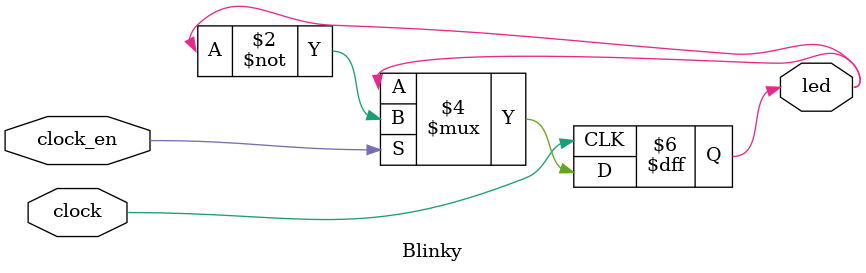
<source format=v>
module Blinky (
    input clock,
    input clock_en,
    output reg led
);

    initial begin
        led <= 1'b0;
    end

    always @(posedge clock) begin
        if(clock_en)
            led <= ~led;
    end

endmodule

</source>
